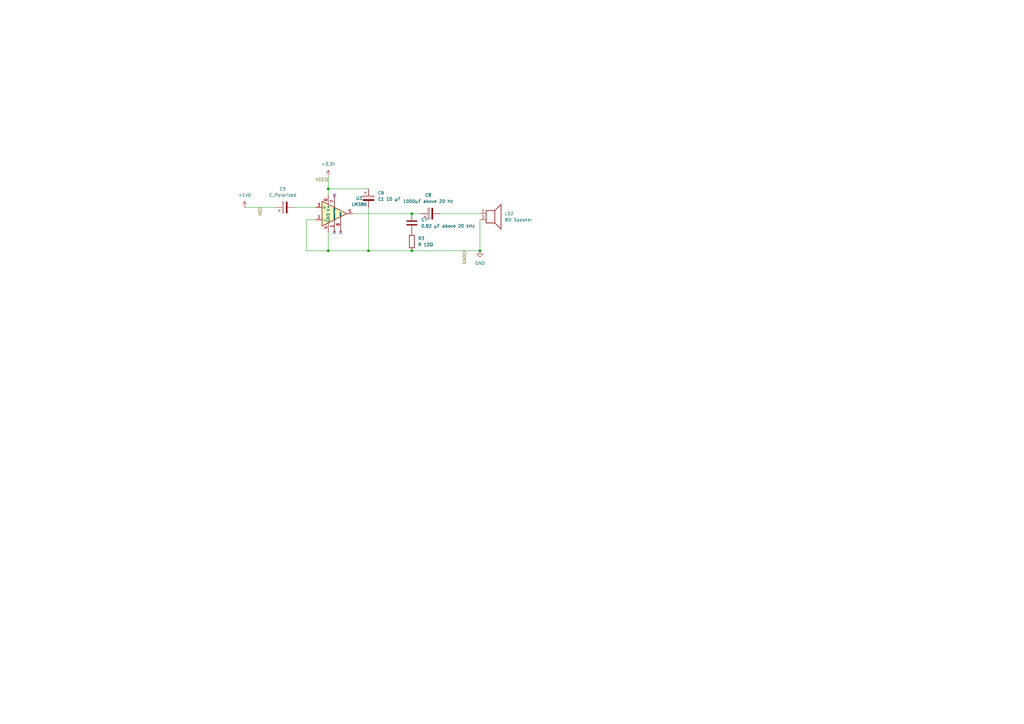
<source format=kicad_sch>
(kicad_sch (version 20231120) (generator "eeschema") (generator_version "8.0")
  (paper "A3")
  (lib_symbols
    (symbol "Amplifier_Audio:LM386" (pin_names (offset 0.127))
      (property "Reference" "U" (at 1.27 7.62 0))
      (property "Value" "LM386" (at 1.27 5.08 0))
      (symbol "LM386_0_1"
        (polyline (pts (xy 5.08 0) (xy -5.08 5.08) (xy -5.08 -5.08) (xy 5.08 0)) (stroke (width 0.254)) (fill (type background)))
      )
      (symbol "LM386_1_1"
        (pin input line (at 0 -7.62 90) (length 5.08) (name "GAIN") (number "1"))
        (pin input line (at -7.62 -2.54 0) (length 2.54) (name "-") (number "2"))
        (pin input line (at -7.62 2.54 0) (length 2.54) (name "+") (number "3"))
        (pin power_in line (at -2.54 -7.62 90) (length 3.81) (name "GND") (number "4"))
        (pin output line (at 7.62 0 180) (length 2.54) (name "~") (number "5"))
        (pin power_in line (at -2.54 7.62 270) (length 3.81) (name "V+") (number "6"))
        (pin input line (at 0 7.62 270) (length 5.08) (name "BYPASS") (number "7"))
        (pin input line (at 2.54 -7.62 90) (length 6.35) (name "GAIN") (number "8"))
      )
    )
    (symbol "Device:C" (pin_numbers hide) (pin_names (offset 0.254))
      (property "Reference" "C" (at 0.635 2.54 0))
      (property "Value" "C" (at 0.635 -2.54 0))
      (symbol "C_0_1"
        (polyline (pts (xy -2.032 -0.762) (xy 2.032 -0.762)) (stroke (width 0.508)))
        (polyline (pts (xy -2.032 0.762) (xy 2.032 0.762)) (stroke (width 0.508)))
      )
      (symbol "C_1_1"
        (pin passive line (at 0 3.81 270) (length 2.794) (name "~") (number "1"))
        (pin passive line (at 0 -3.81 90) (length 2.794) (name "~") (number "2"))
      )
    )
    (symbol "Device:C_Polarized" (pin_numbers hide) (pin_names (offset 0.254))
      (property "Reference" "C" (at 0.635 2.54 0))
      (property "Value" "C_Polarized" (at 0.635 -2.54 0))
      (symbol "C_Polarized_0_1"
        (rectangle (start -2.286 0.508) (end 2.286 1.016))
        (polyline (pts (xy -1.778 2.286) (xy -0.762 2.286)))
        (polyline (pts (xy -1.27 2.794) (xy -1.27 1.778)))
        (rectangle (start 2.286 -0.508) (end -2.286 -1.016) (fill (type outline)))
      )
      (symbol "C_Polarized_1_1"
        (pin passive line (at 0 3.81 270) (length 2.794) (name "~") (number "1"))
        (pin passive line (at 0 -3.81 90) (length 2.794) (name "~") (number "2"))
      )
    )
    (symbol "Device:R" (pin_numbers hide) (pin_names (offset 0))
      (property "Reference" "R" (at 2.032 0 90))
      (property "Value" "R" (at 0 0 90))
      (symbol "R_0_1"
        (rectangle (start -1.016 -2.54) (end 1.016 2.54) (stroke (width 0.254)))
      )
      (symbol "R_1_1"
        (pin passive line (at 0 3.81 270) (length 1.27) (name "~") (number "1"))
        (pin passive line (at 0 -3.81 90) (length 1.27) (name "~") (number "2"))
      )
    )
    (symbol "Device:Speaker" (pin_names (offset 0) hide)
      (property "Reference" "LS" (at 1.27 5.715 0))
      (property "Value" "Speaker" (at 1.27 3.81 0))
      (symbol "Speaker_0_0"
        (rectangle (start -2.54 1.27) (end 1.016 -3.81) (stroke (width 0.254)))
        (polyline (pts (xy 1.016 1.27) (xy 3.556 3.81) (xy 3.556 -6.35) (xy 1.016 -3.81)) (stroke (width 0.254)))
      )
      (symbol "Speaker_1_1"
        (pin input line (at -5.08 0 0) (length 2.54) (name "1") (number "1"))
        (pin input line (at -5.08 -2.54 0) (length 2.54) (name "2") (number "2"))
      )
    )
    (symbol "power:+1V0" (power) (pin_numbers hide) (pin_names (offset 0) hide)
      (property "Value" "+1V0" (at 0 3.556 0))
      (symbol "+1V0_0_1"
        (polyline (pts (xy -0.762 1.27) (xy 0 2.54)))
        (polyline (pts (xy 0 0) (xy 0 2.54)))
        (polyline (pts (xy 0 2.54) (xy 0.762 1.27)))
      )
      (symbol "+1V0_1_1"
        (pin power_in line (at 0 0 90) (length 0) (name "~") (number "1"))
      )
    )
    (symbol "power:+3.3V" (power) (pin_numbers hide) (pin_names (offset 0) hide)
      (property "Value" "+3.3V" (at 0 3.556 0))
      (symbol "+3.3V_0_1"
        (polyline (pts (xy -0.762 1.27) (xy 0 2.54)))
        (polyline (pts (xy 0 0) (xy 0 2.54)))
        (polyline (pts (xy 0 2.54) (xy 0.762 1.27)))
      )
      (symbol "+3.3V_1_1"
        (pin power_in line (at 0 0 90) (length 0) (name "~") (number "1"))
      )
    )
    (symbol "power:GND" (power) (pin_numbers hide) (pin_names (offset 0) hide)
      (property "Value" "GND" (at 0 -3.81 0))
      (symbol "GND_0_1"
        (polyline (pts (xy 0 0) (xy 0 -1.27) (xy 1.27 -1.27) (xy 0 -2.54) (xy -1.27 -1.27) (xy 0 -1.27)))
      )
      (symbol "GND_1_1"
        (pin power_in line (at 0 0 270) (length 0) (name "~") (number "1"))
      )
    )
  )
  (junction (at 134.62 102.87))
  (junction (at 151.13 102.87))
  (junction (at 168.91 102.87))
  (junction (at 196.85 102.87))
  (junction (at 168.91 87.63))
  (junction (at 134.62 77.47))
  (no_connect (at 137.16 95.25))
  (no_connect (at 139.7 95.25))
  (no_connect (at 137.16 80.01))
  (wire (pts (xy 134.62 95.25) (xy 134.62 102.87)))
  (wire (pts (xy 180.34 87.63) (xy 196.85 87.63)))
  (wire (pts (xy 125.73 90.17) (xy 125.73 102.87)))
  (wire (pts (xy 134.62 77.47) (xy 134.62 80.01)))
  (wire (pts (xy 151.13 85.09) (xy 151.13 102.87)))
  (wire (pts (xy 134.62 72.39) (xy 134.62 77.47)))
  (wire (pts (xy 134.62 102.87) (xy 151.13 102.87)))
  (wire (pts (xy 168.91 87.63) (xy 172.72 87.63)))
  (wire (pts (xy 134.62 77.47) (xy 151.13 77.47)))
  (wire (pts (xy 196.85 90.17) (xy 196.85 102.87)))
  (wire (pts (xy 100.33 85.09) (xy 113.03 85.09)))
  (wire (pts (xy 120.65 85.09) (xy 129.54 85.09)))
  (wire (pts (xy 151.13 102.87) (xy 168.91 102.87)))
  (wire (pts (xy 168.91 102.87) (xy 196.85 102.87)))
  (wire (pts (xy 144.78 87.63) (xy 168.91 87.63)))
  (wire (pts (xy 125.73 102.87) (xy 134.62 102.87)))
  (wire (pts (xy 129.54 90.17) (xy 125.73 90.17)))
  (hierarchical_label "VCC" (shape input) (at 134.62 73.66 180))
  (hierarchical_label "GND" (shape input) (at 190.5 102.87 270))
  (hierarchical_label "IN" (shape input) (at 106.68 85.09 270))
  (symbol (lib_id "power:GND") (at 196.85 102.87 0) (unit 1)
    (property "Reference" "#PWR07" (effects (hide yes)))
    (property "Value" "GND" (at 196.85 107.95 0))
    (property "Description" "Power symbol creates a global label with name \"GND\" , ground" (effects (hide yes)))
    (instances (project "clockradio" (path "" (reference "#PWR014") (unit 1)) (path "" (reference "#PWR07") (unit 1))))
  )
  (symbol (lib_id "Device:C") (at 168.91 91.44 0) (unit 1)
    (property "Reference" "C3" (at 172.72 90.1699 0) (effects (justify left)))
    (property "Value" "0.82 µF above 20 kHz" (at 172.72 92.7099 0) (effects (justify left)))
    (property "Description" "Unpolarized capacitor" (effects (hide yes)))
    (instances (project "clockradio" (path "" (reference "C7") (unit 1)) (path "" (reference "C3") (unit 1))))
  )
  (symbol (lib_id "power:+3.3V") (at 134.62 72.39 0) (unit 1)
    (property "Reference" "#PWR06" (effects (hide yes)))
    (property "Value" "+3.3V" (at 134.62 67.31 0))
    (property "Description" "Power symbol creates a global label with name \"+3.3V\"" (effects (hide yes)))
    (instances (project "" (path "" (reference "#PWR013") (unit 1)) (path "" (reference "#PWR06") (unit 1))))
  )
  (symbol (lib_id "Device:R") (at 168.91 99.06 0) (unit 1)
    (property "Reference" "R1" (at 171.45 97.7899 0) (effects (justify left)))
    (property "Value" "R 10Ω" (at 171.45 100.3299 0) (effects (justify left)))
    (property "Description" "Resistor" (effects (hide yes)))
    (instances (project "clockradio" (path "" (reference "R3") (unit 1)) (path "" (reference "R1") (unit 1))))
  )
  (symbol (lib_id "Device:Speaker") (at 201.93 87.63 0) (unit 1)
    (property "Reference" "LS1" (at 207.01 87.6299 0) (effects (justify left)))
    (property "Value" "8Ω Speaker" (at 207.01 90.1699 0) (effects (justify left)))
    (property "Description" "Speaker" (effects (hide yes)))
    (instances (project "clockradio" (path "" (reference "LS2") (unit 1)) (path "" (reference "LS1") (unit 1))))
  )
  (symbol (lib_id "Device:C_Polarized") (at 176.53 87.63 90) (unit 1)
    (property "Reference" "C4" (at 175.641 80.01 90))
    (property "Value" "1000µF above 20 Hz" (at 175.641 82.55 90))
    (property "Description" "Polarized capacitor" (effects (hide yes)))
    (instances (project "clockradio" (path "" (reference "C8") (unit 1)) (path "" (reference "C4") (unit 1))))
  )
  (symbol (lib_id "Device:C_Polarized") (at 116.84 85.09 90) (unit 1)
    (property "Reference" "C1" (at 115.951 77.47 90))
    (property "Value" "C_Polarized" (at 115.951 80.01 90))
    (property "Description" "Polarized capacitor" (effects (hide yes)))
    (instances (project "clockradio" (path "" (reference "C5") (unit 1)) (path "" (reference "C1") (unit 1))))
  )
  (symbol (lib_id "Device:C_Polarized") (at 151.13 81.28 0) (unit 1)
    (property "Reference" "C2" (at 154.94 79.1209 0) (effects (justify left)))
    (property "Value" "C1 10 µF" (at 154.94 81.6609 0) (effects (justify left)))
    (property "Description" "Polarized capacitor" (effects (hide yes)))
    (instances (project "clockradio" (path "" (reference "C6") (unit 1)) (path "" (reference "C2") (unit 1))))
  )
  (symbol (lib_id "power:+1V0") (at 100.33 85.09 0) (unit 1)
    (property "Reference" "#PWR05" (effects (hide yes)))
    (property "Value" "+1V0" (at 100.33 80.01 0))
    (property "Description" "Power symbol creates a global label with name \"+1V0\"" (effects (hide yes)))
    (instances (project "clockradio" (path "" (reference "#PWR012") (unit 1)) (path "" (reference "#PWR05") (unit 1))))
  )
  (symbol (lib_id "Amplifier_Audio:LM386") (at 137.16 87.63 0) (unit 1)
    (property "Reference" "U1" (at 147.32 81.3114 0))
    (property "Value" "LM386" (at 147.32 83.8514 0))
    (property "Datasheet" "http://www.ti.com/lit/ds/symlink/lm386.pdf" (effects (hide yes)))
    (property "Description" "Low Voltage Audio Power Amplifier, DIP-8/SOIC-8/SSOP-8" (effects (hide yes)))
    (instances (project "clockradio" (path "" (reference "U3") (unit 1)) (path "" (reference "U1") (unit 1))))
  )
)
</source>
